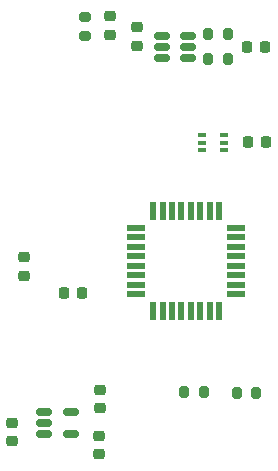
<source format=gbr>
%TF.GenerationSoftware,KiCad,Pcbnew,7.0.8-7.0.8~ubuntu22.04.1*%
%TF.CreationDate,2023-11-09T22:33:03+02:00*%
%TF.ProjectId,elepajaradio,656c6570-616a-4617-9261-64696f2e6b69,rev?*%
%TF.SameCoordinates,Original*%
%TF.FileFunction,Paste,Top*%
%TF.FilePolarity,Positive*%
%FSLAX46Y46*%
G04 Gerber Fmt 4.6, Leading zero omitted, Abs format (unit mm)*
G04 Created by KiCad (PCBNEW 7.0.8-7.0.8~ubuntu22.04.1) date 2023-11-09 22:33:03*
%MOMM*%
%LPD*%
G01*
G04 APERTURE LIST*
G04 Aperture macros list*
%AMRoundRect*
0 Rectangle with rounded corners*
0 $1 Rounding radius*
0 $2 $3 $4 $5 $6 $7 $8 $9 X,Y pos of 4 corners*
0 Add a 4 corners polygon primitive as box body*
4,1,4,$2,$3,$4,$5,$6,$7,$8,$9,$2,$3,0*
0 Add four circle primitives for the rounded corners*
1,1,$1+$1,$2,$3*
1,1,$1+$1,$4,$5*
1,1,$1+$1,$6,$7*
1,1,$1+$1,$8,$9*
0 Add four rect primitives between the rounded corners*
20,1,$1+$1,$2,$3,$4,$5,0*
20,1,$1+$1,$4,$5,$6,$7,0*
20,1,$1+$1,$6,$7,$8,$9,0*
20,1,$1+$1,$8,$9,$2,$3,0*%
G04 Aperture macros list end*
%ADD10RoundRect,0.225000X-0.225000X-0.250000X0.225000X-0.250000X0.225000X0.250000X-0.225000X0.250000X0*%
%ADD11RoundRect,0.225000X0.250000X-0.225000X0.250000X0.225000X-0.250000X0.225000X-0.250000X-0.225000X0*%
%ADD12RoundRect,0.200000X-0.200000X-0.275000X0.200000X-0.275000X0.200000X0.275000X-0.200000X0.275000X0*%
%ADD13RoundRect,0.200000X-0.275000X0.200000X-0.275000X-0.200000X0.275000X-0.200000X0.275000X0.200000X0*%
%ADD14RoundRect,0.225000X-0.250000X0.225000X-0.250000X-0.225000X0.250000X-0.225000X0.250000X0.225000X0*%
%ADD15RoundRect,0.150000X-0.512500X-0.150000X0.512500X-0.150000X0.512500X0.150000X-0.512500X0.150000X0*%
%ADD16R,0.650000X0.400000*%
%ADD17RoundRect,0.200000X0.200000X0.275000X-0.200000X0.275000X-0.200000X-0.275000X0.200000X-0.275000X0*%
%ADD18RoundRect,0.225000X0.225000X0.250000X-0.225000X0.250000X-0.225000X-0.250000X0.225000X-0.250000X0*%
%ADD19R,1.600000X0.550000*%
%ADD20R,0.550000X1.600000*%
%ADD21RoundRect,0.218750X0.256250X-0.218750X0.256250X0.218750X-0.256250X0.218750X-0.256250X-0.218750X0*%
G04 APERTURE END LIST*
D10*
%TO.C,C8*%
X148675000Y-87850000D03*
X150225000Y-87850000D03*
%TD*%
D11*
%TO.C,C2*%
X129780000Y-99195000D03*
X129780000Y-97645000D03*
%TD*%
D12*
%TO.C,R3*%
X143310000Y-109010000D03*
X144960000Y-109010000D03*
%TD*%
D13*
%TO.C,R5*%
X134925649Y-77264165D03*
X134925649Y-78914165D03*
%TD*%
D14*
%TO.C,C5*%
X136137119Y-112788400D03*
X136137119Y-114338400D03*
%TD*%
D11*
%TO.C,C3*%
X128750918Y-113233408D03*
X128750918Y-111683408D03*
%TD*%
D15*
%TO.C,U4*%
X131482500Y-110740000D03*
X131482500Y-111690000D03*
X131482500Y-112640000D03*
X133757500Y-112640000D03*
X133757500Y-110740000D03*
%TD*%
D11*
%TO.C,C4*%
X136158007Y-110431205D03*
X136158007Y-108881205D03*
%TD*%
D16*
%TO.C,U5*%
X146680000Y-87300000D03*
X146680000Y-87950000D03*
X146680000Y-88600000D03*
X144780000Y-88600000D03*
X144780000Y-87950000D03*
X144780000Y-87300000D03*
%TD*%
D17*
%TO.C,R4*%
X147015000Y-78750000D03*
X145365000Y-78750000D03*
%TD*%
D15*
%TO.C,U1*%
X141395000Y-78870000D03*
X141395000Y-79820000D03*
X141395000Y-80770000D03*
X143670000Y-80770000D03*
X143670000Y-79820000D03*
X143670000Y-78870000D03*
%TD*%
D17*
%TO.C,R1*%
X146995000Y-80890000D03*
X145345000Y-80890000D03*
%TD*%
D10*
%TO.C,C1*%
X133125000Y-100650000D03*
X134675000Y-100650000D03*
%TD*%
D18*
%TO.C,C7*%
X150184156Y-79840000D03*
X148634156Y-79840000D03*
%TD*%
D19*
%TO.C,U3*%
X139230000Y-95150000D03*
X139230000Y-95950000D03*
X139230000Y-96750000D03*
X139230000Y-97550000D03*
X139230000Y-98350000D03*
X139230000Y-99150000D03*
X139230000Y-99950000D03*
X139230000Y-100750000D03*
D20*
X140680000Y-102200000D03*
X141480000Y-102200000D03*
X142280000Y-102200000D03*
X143080000Y-102200000D03*
X143880000Y-102200000D03*
X144680000Y-102200000D03*
X145480000Y-102200000D03*
X146280000Y-102200000D03*
D19*
X147730000Y-100750000D03*
X147730000Y-99950000D03*
X147730000Y-99150000D03*
X147730000Y-98350000D03*
X147730000Y-97550000D03*
X147730000Y-96750000D03*
X147730000Y-95950000D03*
X147730000Y-95150000D03*
D20*
X146280000Y-93700000D03*
X145480000Y-93700000D03*
X144680000Y-93700000D03*
X143880000Y-93700000D03*
X143080000Y-93700000D03*
X142280000Y-93700000D03*
X141480000Y-93700000D03*
X140680000Y-93700000D03*
%TD*%
D14*
%TO.C,C6*%
X137000000Y-77250000D03*
X137000000Y-78800000D03*
%TD*%
D17*
%TO.C,R2*%
X149415000Y-109150000D03*
X147765000Y-109150000D03*
%TD*%
D21*
%TO.C,L1*%
X139284156Y-79728576D03*
X139284156Y-78153576D03*
%TD*%
M02*

</source>
